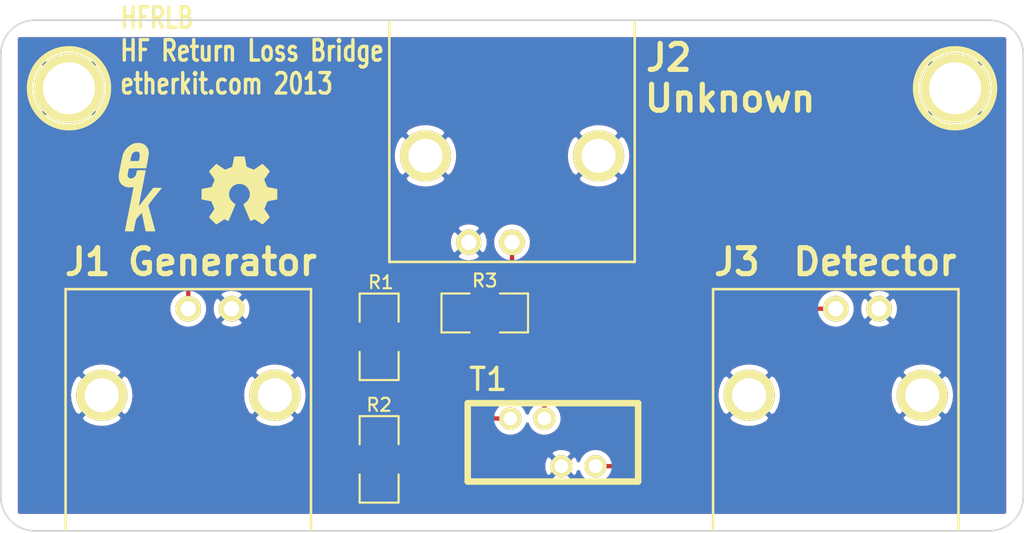
<source format=kicad_pcb>
(kicad_pcb (version 3) (host pcbnew "(2013-mar-13)-testing")
  (title_block (title HFRLB) (date "08 Sep 2013") (rev A) (company Etherkit) (comment 2 "Creative Commons License CC-BY-SA"))
  (layers (15 F.Cu signal) (0 B.Cu signal) (18 B.Paste user) (19 F.Paste user) (20 B.SilkS user) (21 F.SilkS user) (22 B.Mask user) (23 F.Mask user) (28 Edge.Cuts user))
  (net 0 "")
  (net 1 GND)
  (net 2 N-000001)
  (net 3 N-000003)
  (net 4 N-000004)
  (net 5 N-000005)
  (module BNC-AMPHENOL-31-5431-10RFX (layer F.Cu) (at 111 129.9)
    (fp_text reference J1 (at -5.9 -15.7) (layer F.SilkS) (effects (font (thickness 0.3048))))
    (fp_text value Generator (at 2 -15.7) (layer F.SilkS) (effects (font (thickness 0.3048))))
    (fp_line (start 7.2009 0) (end 7.2009 -14.09954) (layer F.SilkS) (width 0.15))
    (fp_line (start 7.2009 -14.09954) (end -7.2009 -14.09954) (layer F.SilkS) (width 0.15))
    (fp_line (start -7.2009 -14.09954) (end -7.2009 0) (layer F.SilkS) (width 0.15))
    (pad "" thru_hole circle (at 5.08 -7.86892) (size 2.99974 2.99974) (drill 1.99898) (layers *.Cu *.Mask F.SilkS) (net 1 GND))
    (pad "" thru_hole circle (at -5.08 -7.86892) (size 2.99974 2.99974) (drill 1.99898) (layers *.Cu *.Mask F.SilkS) (net 1 GND))
    (pad 1 thru_hole circle (at 0 -12.94892) (size 1.50114 1.50114) (drill 0.889) (layers *.Cu *.Mask F.SilkS) (net 2 N-000001))
    (pad 2 thru_hole circle (at 2.54 -12.94892) (size 1.50114 1.50114) (drill 0.889) (layers *.Cu *.Mask F.SilkS) (net 1 GND))
  )
  (module BNC-AMPHENOL-31-5431-10RFX (layer F.Cu) (at 130 100.1 180)
    (fp_text reference J2 (at -9.2 -2.1 180) (layer F.SilkS) (effects (font (thickness 0.3048))))
    (fp_text value Unknown (at -12.8 -4.5 180) (layer F.SilkS) (effects (font (thickness 0.3048))))
    (fp_line (start 7.2009 0) (end 7.2009 -14.09954) (layer F.SilkS) (width 0.15))
    (fp_line (start 7.2009 -14.09954) (end -7.2009 -14.09954) (layer F.SilkS) (width 0.15))
    (fp_line (start -7.2009 -14.09954) (end -7.2009 0) (layer F.SilkS) (width 0.15))
    (pad "" thru_hole circle (at 5.08 -7.86892 180) (size 2.99974 2.99974) (drill 1.99898) (layers *.Cu *.Mask F.SilkS) (net 1 GND))
    (pad "" thru_hole circle (at -5.08 -7.86892 180) (size 2.99974 2.99974) (drill 1.99898) (layers *.Cu *.Mask F.SilkS) (net 1 GND))
    (pad 1 thru_hole circle (at 0 -12.94892 180) (size 1.50114 1.50114) (drill 0.889) (layers *.Cu *.Mask F.SilkS) (net 4 N-000004))
    (pad 2 thru_hole circle (at 2.54 -12.94892 180) (size 1.50114 1.50114) (drill 0.889) (layers *.Cu *.Mask F.SilkS) (net 1 GND))
  )
  (module BNC-AMPHENOL-31-5431-10RFX (layer F.Cu) (at 149 129.9)
    (fp_text reference J3 (at -5.8 -15.7) (layer F.SilkS) (effects (font (thickness 0.3048))))
    (fp_text value Detector (at 2.3 -15.7) (layer F.SilkS) (effects (font (thickness 0.3048))))
    (fp_line (start 7.2009 0) (end 7.2009 -14.09954) (layer F.SilkS) (width 0.15))
    (fp_line (start 7.2009 -14.09954) (end -7.2009 -14.09954) (layer F.SilkS) (width 0.15))
    (fp_line (start -7.2009 -14.09954) (end -7.2009 0) (layer F.SilkS) (width 0.15))
    (pad "" thru_hole circle (at 5.08 -7.86892) (size 2.99974 2.99974) (drill 1.99898) (layers *.Cu *.Mask F.SilkS) (net 1 GND))
    (pad "" thru_hole circle (at -5.08 -7.86892) (size 2.99974 2.99974) (drill 1.99898) (layers *.Cu *.Mask F.SilkS) (net 1 GND))
    (pad 1 thru_hole circle (at 0 -12.94892) (size 1.50114 1.50114) (drill 0.889) (layers *.Cu *.Mask F.SilkS) (net 5 N-000005))
    (pad 2 thru_hole circle (at 2.54 -12.94892) (size 1.50114 1.50114) (drill 0.889) (layers *.Cu *.Mask F.SilkS) (net 1 GND))
  )
  (module SM1206 (layer F.Cu) (at 122.2 118.6 270)
    (fp_text reference R1 (at -3.2 -0.1 360) (layer F.SilkS) (effects (font (size 0.762 0.762) (thickness 0.127))))
    (fp_text value "49.9 0.1%" hide)
    (fp_line (start -2.54 -1.143) (end -2.54 1.143) (layer F.SilkS) (width 0.127))
    (fp_line (start -2.54 1.143) (end -0.889 1.143) (layer F.SilkS) (width 0.127))
    (fp_line (start 0.889 -1.143) (end 2.54 -1.143) (layer F.SilkS) (width 0.127))
    (fp_line (start 2.54 -1.143) (end 2.54 1.143) (layer F.SilkS) (width 0.127))
    (fp_line (start 2.54 1.143) (end 0.889 1.143) (layer F.SilkS) (width 0.127))
    (fp_line (start -0.889 -1.143) (end -2.54 -1.143) (layer F.SilkS) (width 0.127))
    (pad 1 smd rect (at -1.651 0 270) (size 1.524 2.032) (layers F.Cu F.Paste F.Mask) (net 2 N-000001))
    (pad 2 smd rect (at 1.651 0 270) (size 1.524 2.032) (layers F.Cu F.Paste F.Mask) (net 3 N-000003))
  )
  (module SM1206 (layer F.Cu) (at 122.2 125.8 270)
    (fp_text reference R2 (at -3.2 0 360) (layer F.SilkS) (effects (font (size 0.762 0.762) (thickness 0.127))))
    (fp_text value "49.9 0.1%" hide)
    (fp_line (start -2.54 -1.143) (end -2.54 1.143) (layer F.SilkS) (width 0.127))
    (fp_line (start -2.54 1.143) (end -0.889 1.143) (layer F.SilkS) (width 0.127))
    (fp_line (start 0.889 -1.143) (end 2.54 -1.143) (layer F.SilkS) (width 0.127))
    (fp_line (start 2.54 -1.143) (end 2.54 1.143) (layer F.SilkS) (width 0.127))
    (fp_line (start 2.54 1.143) (end 0.889 1.143) (layer F.SilkS) (width 0.127))
    (fp_line (start -0.889 -1.143) (end -2.54 -1.143) (layer F.SilkS) (width 0.127))
    (pad 1 smd rect (at -1.651 0 270) (size 1.524 2.032) (layers F.Cu F.Paste F.Mask) (net 3 N-000003))
    (pad 2 smd rect (at 1.651 0 270) (size 1.524 2.032) (layers F.Cu F.Paste F.Mask) (net 1 GND))
  )
  (module SM1206 (layer F.Cu) (at 128.4 117.2)
    (fp_text reference R3 (at 0 -1.9) (layer F.SilkS) (effects (font (size 0.762 0.762) (thickness 0.127))))
    (fp_text value "49.9 0.1%" hide)
    (fp_line (start -2.54 -1.143) (end -2.54 1.143) (layer F.SilkS) (width 0.127))
    (fp_line (start -2.54 1.143) (end -0.889 1.143) (layer F.SilkS) (width 0.127))
    (fp_line (start 0.889 -1.143) (end 2.54 -1.143) (layer F.SilkS) (width 0.127))
    (fp_line (start 2.54 -1.143) (end 2.54 1.143) (layer F.SilkS) (width 0.127))
    (fp_line (start 2.54 1.143) (end 0.889 1.143) (layer F.SilkS) (width 0.127))
    (fp_line (start -0.889 -1.143) (end -2.54 -1.143) (layer F.SilkS) (width 0.127))
    (pad 1 smd rect (at -1.651 0) (size 1.524 2.032) (layers F.Cu F.Paste F.Mask) (net 2 N-000001))
    (pad 2 smd rect (at 1.651 0) (size 1.524 2.032) (layers F.Cu F.Paste F.Mask) (net 4 N-000004))
  )
  (module T37-V-BIFILARXFMR (layer F.Cu) (at 127.4 124.8 270)
    (fp_text reference T1 (at -3.7 -1.2 360) (layer F.SilkS) (effects (font (size 1.3 1.3) (thickness 0.2))))
    (fp_text value "FB73-2401 10T bifilar" hide)
    (fp_line (start -2.30124 0) (end 2.30124 0) (layer F.SilkS) (width 0.381))
    (fp_line (start 2.30124 0) (end 2.30124 -9.99998) (layer F.SilkS) (width 0.381))
    (fp_line (start 2.30124 -9.99998) (end -2.30124 -9.99998) (layer F.SilkS) (width 0.381))
    (fp_line (start -2.30124 -9.99998) (end -2.30124 0) (layer F.SilkS) (width 0.381))
    (pad 1 thru_hole circle (at -1.39954 -2.49936 270) (size 1.30048 1.30048) (drill 0.8) (layers *.Cu *.Mask F.SilkS) (net 3 N-000003))
    (pad 4 thru_hole circle (at 1.39954 -7.50062 270) (size 1.30048 1.30048) (drill 0.8128) (layers *.Cu *.Mask F.SilkS) (net 5 N-000005))
    (pad 3 thru_hole circle (at -1.4 -4.5 270) (size 1.3 1.3) (drill 0.8) (layers *.Cu *.Mask F.SilkS) (net 4 N-000004))
    (pad 2 thru_hole circle (at 1.4 -5.5 270) (size 1.30048 1.30048) (drill 0.8) (layers *.Cu *.Mask F.SilkS) (net 1 GND))
  )
  (module 1pin (layer F.Cu) (at 104 104)
    (fp_text reference 1PIN hide)
    (fp_text value P*** hide)
    (fp_circle (center 0 0) (end 0 -2.286) (layer F.SilkS) (width 0.381))
    (pad 1 thru_hole circle (at 0 0) (size 4.064 4.064) (drill 3.048) (layers *.Cu *.Mask F.SilkS) (net 1 GND))
  )
  (module 1pin (layer F.Cu) (at 156 104)
    (fp_text reference 1PIN hide)
    (fp_text value P*** hide)
    (fp_circle (center 0 0) (end 0 -2.286) (layer F.SilkS) (width 0.381))
    (pad 1 thru_hole circle (at 0 0) (size 4.064 4.064) (drill 3.048) (layers *.Cu *.Mask F.SilkS) (net 1 GND))
  )
  (module EtherkitLogoSmall (layer F.Cu) (at 108.2 109.8)
    (fp_text reference Ref** hide)
    (fp_text value Val** hide)
    (fp_poly (pts (xy 0.58166 2.60604) (xy 0.6223 2.60604) (xy 0.7493 2.6035) (xy 0.83312 2.59842) (xy 0.8636 2.5908) (xy 0.85852 2.57048) (xy 0.84074 2.49936) (xy 0.80772 2.37998) (xy 0.76708 2.22504) (xy 0.71628 2.03962) (xy 0.61722 1.67894) (xy 0.56388 1.48844) (xy 0.5207 1.3208) (xy 0.48514 1.19126) (xy 0.46228 1.10236) (xy 0.45466 1.0668) (xy 0.45466 1.06426) (xy 0.4826 1.02362) (xy 0.54102 0.94234) (xy 0.62738 0.83058) (xy 0.73406 0.69596) (xy 0.85598 0.54356) (xy 1.2573 0.04826) (xy 0.74422 0.04826) (xy 0.32258 0.58928) (xy 0.2667 0.65786) (xy 0.14986 0.80772) (xy 0.04826 0.93726) (xy -0.03302 1.03886) (xy -0.08382 1.10236) (xy -0.10414 1.12522) (xy -0.1016 1.10998) (xy -0.0889 1.03886) (xy -0.06604 0.91948) (xy -0.03556 0.75946) (xy 0.00254 0.56134) (xy 0.04572 0.33782) (xy 0.09398 0.09398) (xy 0.127 -0.07874) (xy 0.17526 -0.31242) (xy 0.2159 -0.5207) (xy 0.24892 -0.6985) (xy 0.27432 -0.83566) (xy 0.2921 -0.92456) (xy 0.29718 -0.96266) (xy 0.29718 -0.97028) (xy 0.28448 -0.98044) (xy 0.24638 -0.98552) (xy 0.17018 -0.98552) (xy 0.04318 -0.98552) (xy -0.21082 -0.98044) (xy -0.23622 -0.85598) (xy -0.26416 -0.73914) (xy -0.3048 -0.65532) (xy -0.36322 -0.58674) (xy -0.40386 -0.55118) (xy -0.47498 -0.51308) (xy -0.56388 -0.50292) (xy -0.56896 -0.50292) (xy -0.64008 -0.51308) (xy -0.6985 -0.55118) (xy -0.70866 -0.56134) (xy -0.74676 -0.6096) (xy -0.762 -0.66802) (xy -0.75438 -0.75946) (xy -0.73152 -0.89408) (xy -0.7112 -0.98552) (xy -0.69596 -1.06172) (xy -0.69088 -1.0922) (xy -0.67564 -1.09474) (xy -0.6096 -1.09474) (xy -0.53594 -1.09728) (xy -0.53594 -1.524) (xy -0.58674 -1.52908) (xy -0.60452 -1.5367) (xy -0.60706 -1.5494) (xy -0.60198 -1.56464) (xy -0.58674 -1.63068) (xy -0.56642 -1.72466) (xy -0.55626 -1.7653) (xy -0.52832 -1.86436) (xy -0.50038 -1.93294) (xy -0.49276 -1.94564) (xy -0.42164 -2.02438) (xy -0.32512 -2.07264) (xy -0.22098 -2.08788) (xy -0.13208 -2.06756) (xy -0.06858 -2.0066) (xy -0.06604 -2.00152) (xy -0.04826 -1.91262) (xy -0.05334 -1.78816) (xy -0.0762 -1.64846) (xy -0.10414 -1.53162) (xy -0.35814 -1.52654) (xy -0.44196 -1.524) (xy -0.53594 -1.524) (xy -0.53594 -1.09728) (xy -0.49784 -1.09728) (xy -0.35306 -1.09728) (xy -0.18034 -1.09982) (xy 0.32766 -1.09982) (xy 0.33782 -1.13538) (xy 0.34036 -1.143) (xy 0.36322 -1.24968) (xy 0.38862 -1.38938) (xy 0.41656 -1.54178) (xy 0.4445 -1.69418) (xy 0.46482 -1.8288) (xy 0.48006 -1.93548) (xy 0.48768 -1.9939) (xy 0.48514 -2.02438) (xy 0.44958 -2.20472) (xy 0.36068 -2.3622) (xy 0.23368 -2.4892) (xy 0.07366 -2.5654) (xy 0.05588 -2.57048) (xy -0.0635 -2.58826) (xy -0.2032 -2.58826) (xy -0.32766 -2.57302) (xy -0.44704 -2.53746) (xy -0.62992 -2.43586) (xy -0.79756 -2.29362) (xy -0.93472 -2.12598) (xy -1.0287 -1.94564) (xy -1.03632 -1.92278) (xy -1.05664 -1.83388) (xy -1.08458 -1.70434) (xy -1.12014 -1.54686) (xy -1.1557 -1.3716) (xy -1.19126 -1.19126) (xy -1.22428 -1.01854) (xy -1.25222 -0.86868) (xy -1.27254 -0.75184) (xy -1.2827 -0.68072) (xy -1.2827 -0.57912) (xy -1.26238 -0.41402) (xy -1.21158 -0.27686) (xy -1.19126 -0.24384) (xy -1.07442 -0.1143) (xy -0.91694 -0.02286) (xy -0.73406 0.02286) (xy -0.53848 0.01778) (xy -0.51562 0.01524) (xy -0.4445 0.00508) (xy -0.41402 0.00508) (xy -0.41402 0.0127) (xy -0.42418 0.07366) (xy -0.44704 0.18542) (xy -0.47752 0.34036) (xy -0.51562 0.53848) (xy -0.5588 0.76708) (xy -0.6096 1.02108) (xy -0.69342 1.43764) (xy -0.74676 1.7018) (xy -0.79502 1.94564) (xy -0.83566 2.159) (xy -0.87122 2.33934) (xy -0.89662 2.47396) (xy -0.91186 2.56286) (xy -0.9144 2.59334) (xy -0.91186 2.59588) (xy -0.86614 2.60096) (xy -0.77724 2.6035) (xy -0.65786 2.60604) (xy -0.55372 2.60604) (xy -0.4699 2.6035) (xy -0.42672 2.59842) (xy -0.4064 2.58826) (xy -0.40132 2.57048) (xy -0.39624 2.54508) (xy -0.37846 2.46634) (xy -0.35814 2.35204) (xy -0.3302 2.21488) (xy -0.32258 2.17424) (xy -0.28702 2.01168) (xy -0.25908 1.91008) (xy -0.23876 1.86182) (xy -0.2286 1.85166) (xy -0.1524 1.7653) (xy -0.07366 1.6764) (xy 0 1.6002) (xy 0.0508 1.54686) (xy 0.07112 1.52654) (xy 0.0762 1.54178) (xy 0.09144 1.60782) (xy 0.1143 1.71958) (xy 0.14478 1.86436) (xy 0.1778 2.032) (xy 0.2032 2.14884) (xy 0.23622 2.30632) (xy 0.26162 2.4384) (xy 0.28194 2.52984) (xy 0.28956 2.57048) (xy 0.2921 2.57302) (xy 0.29718 2.58826) (xy 0.3175 2.59842) (xy 0.36322 2.6035) (xy 0.44704 2.60604) (xy 0.58166 2.60604)) (layer F.SilkS) (width 0.00254))
  )
  (module OSHWLogo4mm (layer F.Cu) (at 114 110)
    (fp_text reference G*** hide)
    (fp_text value LOGO hide)
    (fp_poly (pts (xy -1.34874 1.99898) (xy -1.32588 1.98628) (xy -1.27254 1.95326) (xy -1.19888 1.905) (xy -1.10998 1.84658) (xy -1.02362 1.78562) (xy -0.94996 1.73736) (xy -0.89916 1.70434) (xy -0.87884 1.69418) (xy -0.86614 1.69672) (xy -0.8255 1.71704) (xy -0.76454 1.75006) (xy -0.72898 1.76784) (xy -0.6731 1.7907) (xy -0.64516 1.79578) (xy -0.64008 1.78816) (xy -0.61976 1.74752) (xy -0.58928 1.67386) (xy -0.5461 1.57734) (xy -0.49784 1.46304) (xy -0.44704 1.34112) (xy -0.3937 1.2192) (xy -0.34544 1.09982) (xy -0.30226 0.99314) (xy -0.2667 0.90678) (xy -0.24384 0.84582) (xy -0.23622 0.82042) (xy -0.23876 0.81534) (xy -0.2667 0.7874) (xy -0.31496 0.75184) (xy -0.4191 0.66548) (xy -0.52324 0.53594) (xy -0.58674 0.38862) (xy -0.6096 0.22352) (xy -0.59182 0.07366) (xy -0.53086 -0.07112) (xy -0.42926 -0.2032) (xy -0.3048 -0.29972) (xy -0.16256 -0.36322) (xy 0 -0.38354) (xy 0.15494 -0.36576) (xy 0.30226 -0.30734) (xy 0.43434 -0.20574) (xy 0.49022 -0.14224) (xy 0.56642 -0.01016) (xy 0.6096 0.13208) (xy 0.61468 0.16764) (xy 0.60706 0.32512) (xy 0.56134 0.47498) (xy 0.48006 0.60706) (xy 0.36576 0.71882) (xy 0.35052 0.72898) (xy 0.29718 0.76708) (xy 0.26162 0.79502) (xy 0.23368 0.81788) (xy 0.4318 1.29794) (xy 0.46482 1.37414) (xy 0.51816 1.50368) (xy 0.56642 1.61798) (xy 0.60706 1.70688) (xy 0.63246 1.76784) (xy 0.64516 1.7907) (xy 0.64516 1.79324) (xy 0.66294 1.79578) (xy 0.6985 1.78308) (xy 0.76708 1.75006) (xy 0.81026 1.7272) (xy 0.86106 1.7018) (xy 0.88392 1.69418) (xy 0.90424 1.70434) (xy 0.9525 1.73482) (xy 1.02362 1.78308) (xy 1.10998 1.8415) (xy 1.19126 1.89738) (xy 1.26492 1.94564) (xy 1.3208 1.9812) (xy 1.3462 1.99644) (xy 1.35128 1.99644) (xy 1.37414 1.98374) (xy 1.41732 1.94564) (xy 1.48336 1.88468) (xy 1.5748 1.79324) (xy 1.59004 1.78054) (xy 1.66624 1.7018) (xy 1.7272 1.6383) (xy 1.76784 1.59258) (xy 1.78308 1.56972) (xy 1.78308 1.56972) (xy 1.77038 1.54432) (xy 1.73482 1.49098) (xy 1.68656 1.41478) (xy 1.6256 1.32588) (xy 1.46558 1.09474) (xy 1.55448 0.8763) (xy 1.57988 0.81026) (xy 1.61544 0.72898) (xy 1.64084 0.6731) (xy 1.65354 0.6477) (xy 1.6764 0.63754) (xy 1.73482 0.62484) (xy 1.82118 0.60706) (xy 1.92532 0.58674) (xy 2.02438 0.56896) (xy 2.11074 0.55118) (xy 2.17678 0.53848) (xy 2.20472 0.5334) (xy 2.21234 0.53086) (xy 2.21742 0.51562) (xy 2.21996 0.48514) (xy 2.2225 0.4318) (xy 2.22504 0.34798) (xy 2.22504 0.22352) (xy 2.22504 0.21082) (xy 2.2225 0.09398) (xy 2.2225 0) (xy 2.21742 -0.05842) (xy 2.21488 -0.08382) (xy 2.21488 -0.08382) (xy 2.18694 -0.0889) (xy 2.12344 -0.10414) (xy 2.03454 -0.11938) (xy 1.9304 -0.1397) (xy 1.92278 -0.14224) (xy 1.81864 -0.16256) (xy 1.72974 -0.18034) (xy 1.66878 -0.19558) (xy 1.64084 -0.2032) (xy 1.63576 -0.21082) (xy 1.61544 -0.25146) (xy 1.58496 -0.3175) (xy 1.5494 -0.39624) (xy 1.51638 -0.48006) (xy 1.4859 -0.55372) (xy 1.46558 -0.6096) (xy 1.4605 -0.635) (xy 1.4605 -0.635) (xy 1.47574 -0.6604) (xy 1.5113 -0.71374) (xy 1.5621 -0.78994) (xy 1.6256 -0.87884) (xy 1.62814 -0.88646) (xy 1.6891 -0.97536) (xy 1.7399 -1.05156) (xy 1.77038 -1.1049) (xy 1.78308 -1.12776) (xy 1.78308 -1.1303) (xy 1.76276 -1.1557) (xy 1.71704 -1.2065) (xy 1.65354 -1.27508) (xy 1.5748 -1.35382) (xy 1.5494 -1.37922) (xy 1.46304 -1.46304) (xy 1.40462 -1.51892) (xy 1.36652 -1.54686) (xy 1.34874 -1.55448) (xy 1.34874 -1.55448) (xy 1.3208 -1.5367) (xy 1.26492 -1.50114) (xy 1.18872 -1.4478) (xy 1.09728 -1.38684) (xy 1.0922 -1.3843) (xy 1.0033 -1.32334) (xy 0.92964 -1.27254) (xy 0.8763 -1.23698) (xy 0.85344 -1.22428) (xy 0.84836 -1.22428) (xy 0.8128 -1.23444) (xy 0.7493 -1.2573) (xy 0.6731 -1.28778) (xy 0.58928 -1.3208) (xy 0.51562 -1.35128) (xy 0.45974 -1.37668) (xy 0.4318 -1.39192) (xy 0.4318 -1.39446) (xy 0.42164 -1.42494) (xy 0.4064 -1.49098) (xy 0.38862 -1.58242) (xy 0.3683 -1.69164) (xy 0.36322 -1.70942) (xy 0.3429 -1.8161) (xy 0.32766 -1.90246) (xy 0.31496 -1.96342) (xy 0.30734 -1.98882) (xy 0.2921 -1.99136) (xy 0.2413 -1.99644) (xy 0.16256 -1.99898) (xy 0.06604 -1.99898) (xy -0.03302 -1.99898) (xy -0.13208 -1.99644) (xy -0.2159 -1.9939) (xy -0.27432 -1.98882) (xy -0.29972 -1.98374) (xy -0.30226 -1.98374) (xy -0.30988 -1.95072) (xy -0.32512 -1.88468) (xy -0.3429 -1.7907) (xy -0.36576 -1.68148) (xy -0.3683 -1.6637) (xy -0.38862 -1.55702) (xy -0.4064 -1.47066) (xy -0.4191 -1.4097) (xy -0.42672 -1.38684) (xy -0.43434 -1.38176) (xy -0.48006 -1.36398) (xy -0.55118 -1.3335) (xy -0.63754 -1.29794) (xy -0.84074 -1.21666) (xy -1.0922 -1.38684) (xy -1.11506 -1.40208) (xy -1.20396 -1.46304) (xy -1.27762 -1.51384) (xy -1.32842 -1.54686) (xy -1.35128 -1.55702) (xy -1.35128 -1.55702) (xy -1.37668 -1.53416) (xy -1.42748 -1.48844) (xy -1.49352 -1.4224) (xy -1.57226 -1.34366) (xy -1.63068 -1.28778) (xy -1.69926 -1.21666) (xy -1.74498 -1.1684) (xy -1.76784 -1.13792) (xy -1.77546 -1.12014) (xy -1.77292 -1.10744) (xy -1.75768 -1.08204) (xy -1.72212 -1.0287) (xy -1.66878 -0.9525) (xy -1.60782 -0.8636) (xy -1.55956 -0.78994) (xy -1.50368 -0.70612) (xy -1.46812 -0.64516) (xy -1.45796 -0.61722) (xy -1.4605 -0.60452) (xy -1.47828 -0.55626) (xy -1.50622 -0.4826) (xy -1.54432 -0.3937) (xy -1.63068 -0.19558) (xy -1.76022 -0.17018) (xy -1.83896 -0.15748) (xy -1.95072 -0.13462) (xy -2.05486 -0.1143) (xy -2.21996 -0.08382) (xy -2.22504 0.51816) (xy -2.19964 0.52832) (xy -2.17424 0.53594) (xy -2.11328 0.54864) (xy -2.02692 0.56642) (xy -1.92532 0.58674) (xy -1.83896 0.60198) (xy -1.75006 0.61976) (xy -1.68656 0.63246) (xy -1.65862 0.63754) (xy -1.651 0.6477) (xy -1.63068 0.68834) (xy -1.59766 0.75692) (xy -1.56464 0.8382) (xy -1.52908 0.92202) (xy -1.4986 1.00076) (xy -1.47574 1.05918) (xy -1.46812 1.0922) (xy -1.48082 1.11506) (xy -1.51384 1.16586) (xy -1.5621 1.23952) (xy -1.62052 1.32588) (xy -1.68148 1.41478) (xy -1.73228 1.48844) (xy -1.7653 1.54178) (xy -1.78054 1.56718) (xy -1.77292 1.58496) (xy -1.7399 1.6256) (xy -1.67386 1.69418) (xy -1.5748 1.7907) (xy -1.55956 1.80594) (xy -1.48082 1.88214) (xy -1.41478 1.9431) (xy -1.36906 1.98374) (xy -1.34874 1.99898)) (layer F.SilkS) (width 0.00254))
  )
  (gr_text "HFRLB\nHF Return Loss Bridge\netherkit.com 2013" (at 106.9 101.8) (layer F.SilkS) (effects (font (size 1.2 0.9) (thickness 0.2)) (justify left)))
  (gr_arc (start 158 128) (end 160 128) (angle 90) (layer Edge.Cuts) (width 0.1))
  (gr_arc (start 102 128) (end 102 130) (angle 90) (layer Edge.Cuts) (width 0.1))
  (gr_arc (start 102 102) (end 100 102) (angle 90) (layer Edge.Cuts) (width 0.1))
  (gr_arc (start 158 102) (end 158 100) (angle 90) (layer Edge.Cuts) (width 0.1))
  (gr_line (start 102 100) (end 158 100) (angle 90) (layer Edge.Cuts) (width 0.1))
  (gr_line (start 160 102) (end 160 128) (angle 90) (layer Edge.Cuts) (width 0.1))
  (gr_line (start 102 130) (end 158 130) (angle 90) (layer Edge.Cuts) (width 0.1))
  (gr_line (start 100 102) (end 100 128) (angle 90) (layer Edge.Cuts) (width 0.1))
  (segment (start 122.2 116.949) (end 126.498 116.949) (width 0.254) (layer F.Cu) (net 2))
  (segment (start 126.498 116.949) (end 126.749 117.2) (width 0.254) (layer F.Cu) (net 2))
  (segment (start 111 116.95108) (end 111 115.7) (width 0.254) (layer F.Cu) (net 2))
  (segment (start 122.2 115.6) (end 122.2 116.949) (width 0.254) (layer F.Cu) (net 2))
  (segment (start 121.7 115.1) (end 122.2 115.6) (width 0.254) (layer F.Cu) (net 2))
  (segment (start 111.6 115.1) (end 121.7 115.1) (width 0.254) (layer F.Cu) (net 2))
  (segment (start 111 115.7) (end 111.6 115.1) (width 0.254) (layer F.Cu) (net 2))
  (segment (start 122.2 124.149) (end 125.051 124.149) (width 0.254) (layer F.Cu) (net 3))
  (segment (start 125.79954 123.40046) (end 129.89936 123.40046) (width 0.254) (layer F.Cu) (net 3))
  (segment (start 125.051 124.149) (end 125.79954 123.40046) (width 0.254) (layer F.Cu) (net 3))
  (segment (start 122.2 120.251) (end 122.2 124.149) (width 0.254) (layer F.Cu) (net 3))
  (segment (start 130.051 117.2) (end 130.051 119.251) (width 0.254) (layer F.Cu) (net 4))
  (segment (start 131.9 121.1) (end 131.9 123.4) (width 0.254) (layer F.Cu) (net 4))
  (segment (start 130.051 119.251) (end 131.9 121.1) (width 0.254) (layer F.Cu) (net 4))
  (segment (start 130 113.04892) (end 130 117.149) (width 0.254) (layer F.Cu) (net 4))
  (segment (start 130 117.149) (end 130.051 117.2) (width 0.254) (layer F.Cu) (net 4))
  (segment (start 134.90062 126.19954) (end 138.30046 126.19954) (width 0.254) (layer F.Cu) (net 5))
  (segment (start 141.34892 116.95108) (end 149 116.95108) (width 0.254) (layer F.Cu) (net 5))
  (segment (start 140.7 117.6) (end 141.34892 116.95108) (width 0.254) (layer F.Cu) (net 5))
  (segment (start 140.7 123.8) (end 140.7 117.6) (width 0.254) (layer F.Cu) (net 5))
  (segment (start 138.30046 126.19954) (end 140.7 123.8) (width 0.254) (layer F.Cu) (net 5))
  (zone (net 1) (net_name GND) (layer B.Cu) (connect_pads (clearance 0.3)) (min_thickness 0.2) (fill (mode segment) (arc_segments 32) (thermal_gap 0.3) (thermal_bridge_width 0.3) (smoothing chamfer))
    (polygon (pts (xy 159 129) (xy 101 129) (xy 101 101) (xy 159 101)))
  )
  (zone (net 1) (net_name GND) (layer F.Cu) (connect_pads (clearance 0.3)) (min_thickness 0.2) (fill (mode segment) (arc_segments 32) (thermal_gap 0.3) (thermal_bridge_width 0.3) (smoothing chamfer))
    (polygon (pts (xy 159 129) (xy 101 129) (xy 101 101) (xy 159 101)))
  )
)
</source>
